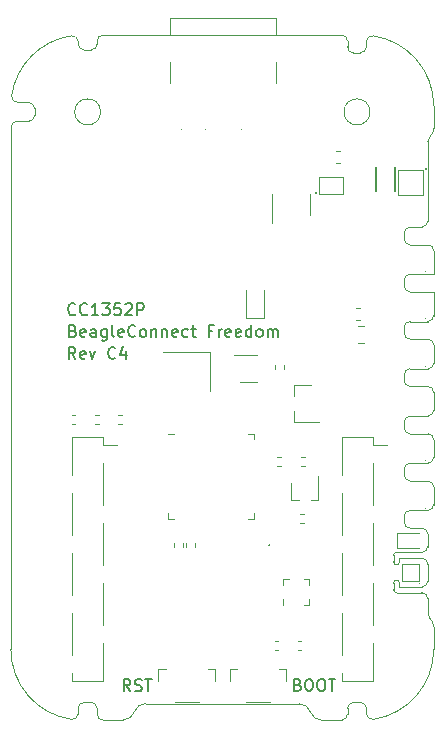
<source format=gto>
G04 #@! TF.GenerationSoftware,KiCad,Pcbnew,(5.1.10)-1*
G04 #@! TF.CreationDate,2021-07-14T14:20:25+08:00*
G04 #@! TF.ProjectId,BeagleConnect Freedom,42656167-6c65-4436-9f6e-6e6563742046,B*
G04 #@! TF.SameCoordinates,Original*
G04 #@! TF.FileFunction,Legend,Top*
G04 #@! TF.FilePolarity,Positive*
%FSLAX46Y46*%
G04 Gerber Fmt 4.6, Leading zero omitted, Abs format (unit mm)*
G04 Created by KiCad (PCBNEW (5.1.10)-1) date 2021-07-14 14:20:25*
%MOMM*%
%LPD*%
G01*
G04 APERTURE LIST*
%ADD10C,0.150000*%
%ADD11C,0.120000*%
G04 #@! TA.AperFunction,Profile*
%ADD12C,0.050000*%
G04 #@! TD*
%ADD13C,0.080000*%
%ADD14C,0.100000*%
G04 APERTURE END LIST*
D10*
X280352857Y-79418571D02*
X280495714Y-79466190D01*
X280543333Y-79513809D01*
X280590952Y-79609047D01*
X280590952Y-79751904D01*
X280543333Y-79847142D01*
X280495714Y-79894761D01*
X280400476Y-79942380D01*
X280019523Y-79942380D01*
X280019523Y-78942380D01*
X280352857Y-78942380D01*
X280448095Y-78990000D01*
X280495714Y-79037619D01*
X280543333Y-79132857D01*
X280543333Y-79228095D01*
X280495714Y-79323333D01*
X280448095Y-79370952D01*
X280352857Y-79418571D01*
X280019523Y-79418571D01*
X281210000Y-78942380D02*
X281400476Y-78942380D01*
X281495714Y-78990000D01*
X281590952Y-79085238D01*
X281638571Y-79275714D01*
X281638571Y-79609047D01*
X281590952Y-79799523D01*
X281495714Y-79894761D01*
X281400476Y-79942380D01*
X281210000Y-79942380D01*
X281114761Y-79894761D01*
X281019523Y-79799523D01*
X280971904Y-79609047D01*
X280971904Y-79275714D01*
X281019523Y-79085238D01*
X281114761Y-78990000D01*
X281210000Y-78942380D01*
X282257619Y-78942380D02*
X282448095Y-78942380D01*
X282543333Y-78990000D01*
X282638571Y-79085238D01*
X282686190Y-79275714D01*
X282686190Y-79609047D01*
X282638571Y-79799523D01*
X282543333Y-79894761D01*
X282448095Y-79942380D01*
X282257619Y-79942380D01*
X282162380Y-79894761D01*
X282067142Y-79799523D01*
X282019523Y-79609047D01*
X282019523Y-79275714D01*
X282067142Y-79085238D01*
X282162380Y-78990000D01*
X282257619Y-78942380D01*
X282971904Y-78942380D02*
X283543333Y-78942380D01*
X283257619Y-79942380D02*
X283257619Y-78942380D01*
X266182380Y-79952380D02*
X265849047Y-79476190D01*
X265610952Y-79952380D02*
X265610952Y-78952380D01*
X265991904Y-78952380D01*
X266087142Y-79000000D01*
X266134761Y-79047619D01*
X266182380Y-79142857D01*
X266182380Y-79285714D01*
X266134761Y-79380952D01*
X266087142Y-79428571D01*
X265991904Y-79476190D01*
X265610952Y-79476190D01*
X266563333Y-79904761D02*
X266706190Y-79952380D01*
X266944285Y-79952380D01*
X267039523Y-79904761D01*
X267087142Y-79857142D01*
X267134761Y-79761904D01*
X267134761Y-79666666D01*
X267087142Y-79571428D01*
X267039523Y-79523809D01*
X266944285Y-79476190D01*
X266753809Y-79428571D01*
X266658571Y-79380952D01*
X266610952Y-79333333D01*
X266563333Y-79238095D01*
X266563333Y-79142857D01*
X266610952Y-79047619D01*
X266658571Y-79000000D01*
X266753809Y-78952380D01*
X266991904Y-78952380D01*
X267134761Y-79000000D01*
X267420476Y-78952380D02*
X267991904Y-78952380D01*
X267706190Y-79952380D02*
X267706190Y-78952380D01*
X261532857Y-51822380D02*
X261199523Y-51346190D01*
X260961428Y-51822380D02*
X260961428Y-50822380D01*
X261342380Y-50822380D01*
X261437619Y-50870000D01*
X261485238Y-50917619D01*
X261532857Y-51012857D01*
X261532857Y-51155714D01*
X261485238Y-51250952D01*
X261437619Y-51298571D01*
X261342380Y-51346190D01*
X260961428Y-51346190D01*
X262342380Y-51774761D02*
X262247142Y-51822380D01*
X262056666Y-51822380D01*
X261961428Y-51774761D01*
X261913809Y-51679523D01*
X261913809Y-51298571D01*
X261961428Y-51203333D01*
X262056666Y-51155714D01*
X262247142Y-51155714D01*
X262342380Y-51203333D01*
X262390000Y-51298571D01*
X262390000Y-51393809D01*
X261913809Y-51489047D01*
X262723333Y-51155714D02*
X262961428Y-51822380D01*
X263199523Y-51155714D01*
X264913809Y-51727142D02*
X264866190Y-51774761D01*
X264723333Y-51822380D01*
X264628095Y-51822380D01*
X264485238Y-51774761D01*
X264390000Y-51679523D01*
X264342380Y-51584285D01*
X264294761Y-51393809D01*
X264294761Y-51250952D01*
X264342380Y-51060476D01*
X264390000Y-50965238D01*
X264485238Y-50870000D01*
X264628095Y-50822380D01*
X264723333Y-50822380D01*
X264866190Y-50870000D01*
X264913809Y-50917619D01*
X265770952Y-51155714D02*
X265770952Y-51822380D01*
X265532857Y-50774761D02*
X265294761Y-51489047D01*
X265913809Y-51489047D01*
X261320000Y-49448571D02*
X261462857Y-49496190D01*
X261510476Y-49543809D01*
X261558095Y-49639047D01*
X261558095Y-49781904D01*
X261510476Y-49877142D01*
X261462857Y-49924761D01*
X261367619Y-49972380D01*
X260986666Y-49972380D01*
X260986666Y-48972380D01*
X261320000Y-48972380D01*
X261415238Y-49020000D01*
X261462857Y-49067619D01*
X261510476Y-49162857D01*
X261510476Y-49258095D01*
X261462857Y-49353333D01*
X261415238Y-49400952D01*
X261320000Y-49448571D01*
X260986666Y-49448571D01*
X262367619Y-49924761D02*
X262272380Y-49972380D01*
X262081904Y-49972380D01*
X261986666Y-49924761D01*
X261939047Y-49829523D01*
X261939047Y-49448571D01*
X261986666Y-49353333D01*
X262081904Y-49305714D01*
X262272380Y-49305714D01*
X262367619Y-49353333D01*
X262415238Y-49448571D01*
X262415238Y-49543809D01*
X261939047Y-49639047D01*
X263272380Y-49972380D02*
X263272380Y-49448571D01*
X263224761Y-49353333D01*
X263129523Y-49305714D01*
X262939047Y-49305714D01*
X262843809Y-49353333D01*
X263272380Y-49924761D02*
X263177142Y-49972380D01*
X262939047Y-49972380D01*
X262843809Y-49924761D01*
X262796190Y-49829523D01*
X262796190Y-49734285D01*
X262843809Y-49639047D01*
X262939047Y-49591428D01*
X263177142Y-49591428D01*
X263272380Y-49543809D01*
X264177142Y-49305714D02*
X264177142Y-50115238D01*
X264129523Y-50210476D01*
X264081904Y-50258095D01*
X263986666Y-50305714D01*
X263843809Y-50305714D01*
X263748571Y-50258095D01*
X264177142Y-49924761D02*
X264081904Y-49972380D01*
X263891428Y-49972380D01*
X263796190Y-49924761D01*
X263748571Y-49877142D01*
X263700952Y-49781904D01*
X263700952Y-49496190D01*
X263748571Y-49400952D01*
X263796190Y-49353333D01*
X263891428Y-49305714D01*
X264081904Y-49305714D01*
X264177142Y-49353333D01*
X264796190Y-49972380D02*
X264700952Y-49924761D01*
X264653333Y-49829523D01*
X264653333Y-48972380D01*
X265558095Y-49924761D02*
X265462857Y-49972380D01*
X265272380Y-49972380D01*
X265177142Y-49924761D01*
X265129523Y-49829523D01*
X265129523Y-49448571D01*
X265177142Y-49353333D01*
X265272380Y-49305714D01*
X265462857Y-49305714D01*
X265558095Y-49353333D01*
X265605714Y-49448571D01*
X265605714Y-49543809D01*
X265129523Y-49639047D01*
X266605714Y-49877142D02*
X266558095Y-49924761D01*
X266415238Y-49972380D01*
X266320000Y-49972380D01*
X266177142Y-49924761D01*
X266081904Y-49829523D01*
X266034285Y-49734285D01*
X265986666Y-49543809D01*
X265986666Y-49400952D01*
X266034285Y-49210476D01*
X266081904Y-49115238D01*
X266177142Y-49020000D01*
X266320000Y-48972380D01*
X266415238Y-48972380D01*
X266558095Y-49020000D01*
X266605714Y-49067619D01*
X267177142Y-49972380D02*
X267081904Y-49924761D01*
X267034285Y-49877142D01*
X266986666Y-49781904D01*
X266986666Y-49496190D01*
X267034285Y-49400952D01*
X267081904Y-49353333D01*
X267177142Y-49305714D01*
X267320000Y-49305714D01*
X267415238Y-49353333D01*
X267462857Y-49400952D01*
X267510476Y-49496190D01*
X267510476Y-49781904D01*
X267462857Y-49877142D01*
X267415238Y-49924761D01*
X267320000Y-49972380D01*
X267177142Y-49972380D01*
X267939047Y-49305714D02*
X267939047Y-49972380D01*
X267939047Y-49400952D02*
X267986666Y-49353333D01*
X268081904Y-49305714D01*
X268224761Y-49305714D01*
X268320000Y-49353333D01*
X268367619Y-49448571D01*
X268367619Y-49972380D01*
X268843809Y-49305714D02*
X268843809Y-49972380D01*
X268843809Y-49400952D02*
X268891428Y-49353333D01*
X268986666Y-49305714D01*
X269129523Y-49305714D01*
X269224761Y-49353333D01*
X269272380Y-49448571D01*
X269272380Y-49972380D01*
X270129523Y-49924761D02*
X270034285Y-49972380D01*
X269843809Y-49972380D01*
X269748571Y-49924761D01*
X269700952Y-49829523D01*
X269700952Y-49448571D01*
X269748571Y-49353333D01*
X269843809Y-49305714D01*
X270034285Y-49305714D01*
X270129523Y-49353333D01*
X270177142Y-49448571D01*
X270177142Y-49543809D01*
X269700952Y-49639047D01*
X271034285Y-49924761D02*
X270939047Y-49972380D01*
X270748571Y-49972380D01*
X270653333Y-49924761D01*
X270605714Y-49877142D01*
X270558095Y-49781904D01*
X270558095Y-49496190D01*
X270605714Y-49400952D01*
X270653333Y-49353333D01*
X270748571Y-49305714D01*
X270939047Y-49305714D01*
X271034285Y-49353333D01*
X271320000Y-49305714D02*
X271700952Y-49305714D01*
X271462857Y-48972380D02*
X271462857Y-49829523D01*
X271510476Y-49924761D01*
X271605714Y-49972380D01*
X271700952Y-49972380D01*
X273129523Y-49448571D02*
X272796190Y-49448571D01*
X272796190Y-49972380D02*
X272796190Y-48972380D01*
X273272380Y-48972380D01*
X273653333Y-49972380D02*
X273653333Y-49305714D01*
X273653333Y-49496190D02*
X273700952Y-49400952D01*
X273748571Y-49353333D01*
X273843809Y-49305714D01*
X273939047Y-49305714D01*
X274653333Y-49924761D02*
X274558095Y-49972380D01*
X274367619Y-49972380D01*
X274272380Y-49924761D01*
X274224761Y-49829523D01*
X274224761Y-49448571D01*
X274272380Y-49353333D01*
X274367619Y-49305714D01*
X274558095Y-49305714D01*
X274653333Y-49353333D01*
X274700952Y-49448571D01*
X274700952Y-49543809D01*
X274224761Y-49639047D01*
X275510476Y-49924761D02*
X275415238Y-49972380D01*
X275224761Y-49972380D01*
X275129523Y-49924761D01*
X275081904Y-49829523D01*
X275081904Y-49448571D01*
X275129523Y-49353333D01*
X275224761Y-49305714D01*
X275415238Y-49305714D01*
X275510476Y-49353333D01*
X275558095Y-49448571D01*
X275558095Y-49543809D01*
X275081904Y-49639047D01*
X276415238Y-49972380D02*
X276415238Y-48972380D01*
X276415238Y-49924761D02*
X276320000Y-49972380D01*
X276129523Y-49972380D01*
X276034285Y-49924761D01*
X275986666Y-49877142D01*
X275939047Y-49781904D01*
X275939047Y-49496190D01*
X275986666Y-49400952D01*
X276034285Y-49353333D01*
X276129523Y-49305714D01*
X276320000Y-49305714D01*
X276415238Y-49353333D01*
X277034285Y-49972380D02*
X276939047Y-49924761D01*
X276891428Y-49877142D01*
X276843809Y-49781904D01*
X276843809Y-49496190D01*
X276891428Y-49400952D01*
X276939047Y-49353333D01*
X277034285Y-49305714D01*
X277177142Y-49305714D01*
X277272380Y-49353333D01*
X277320000Y-49400952D01*
X277367619Y-49496190D01*
X277367619Y-49781904D01*
X277320000Y-49877142D01*
X277272380Y-49924761D01*
X277177142Y-49972380D01*
X277034285Y-49972380D01*
X277796190Y-49972380D02*
X277796190Y-49305714D01*
X277796190Y-49400952D02*
X277843809Y-49353333D01*
X277939047Y-49305714D01*
X278081904Y-49305714D01*
X278177142Y-49353333D01*
X278224761Y-49448571D01*
X278224761Y-49972380D01*
X278224761Y-49448571D02*
X278272380Y-49353333D01*
X278367619Y-49305714D01*
X278510476Y-49305714D01*
X278605714Y-49353333D01*
X278653333Y-49448571D01*
X278653333Y-49972380D01*
X261514761Y-48027142D02*
X261467142Y-48074761D01*
X261324285Y-48122380D01*
X261229047Y-48122380D01*
X261086190Y-48074761D01*
X260990952Y-47979523D01*
X260943333Y-47884285D01*
X260895714Y-47693809D01*
X260895714Y-47550952D01*
X260943333Y-47360476D01*
X260990952Y-47265238D01*
X261086190Y-47170000D01*
X261229047Y-47122380D01*
X261324285Y-47122380D01*
X261467142Y-47170000D01*
X261514761Y-47217619D01*
X262514761Y-48027142D02*
X262467142Y-48074761D01*
X262324285Y-48122380D01*
X262229047Y-48122380D01*
X262086190Y-48074761D01*
X261990952Y-47979523D01*
X261943333Y-47884285D01*
X261895714Y-47693809D01*
X261895714Y-47550952D01*
X261943333Y-47360476D01*
X261990952Y-47265238D01*
X262086190Y-47170000D01*
X262229047Y-47122380D01*
X262324285Y-47122380D01*
X262467142Y-47170000D01*
X262514761Y-47217619D01*
X263467142Y-48122380D02*
X262895714Y-48122380D01*
X263181428Y-48122380D02*
X263181428Y-47122380D01*
X263086190Y-47265238D01*
X262990952Y-47360476D01*
X262895714Y-47408095D01*
X263800476Y-47122380D02*
X264419523Y-47122380D01*
X264086190Y-47503333D01*
X264229047Y-47503333D01*
X264324285Y-47550952D01*
X264371904Y-47598571D01*
X264419523Y-47693809D01*
X264419523Y-47931904D01*
X264371904Y-48027142D01*
X264324285Y-48074761D01*
X264229047Y-48122380D01*
X263943333Y-48122380D01*
X263848095Y-48074761D01*
X263800476Y-48027142D01*
X265324285Y-47122380D02*
X264848095Y-47122380D01*
X264800476Y-47598571D01*
X264848095Y-47550952D01*
X264943333Y-47503333D01*
X265181428Y-47503333D01*
X265276666Y-47550952D01*
X265324285Y-47598571D01*
X265371904Y-47693809D01*
X265371904Y-47931904D01*
X265324285Y-48027142D01*
X265276666Y-48074761D01*
X265181428Y-48122380D01*
X264943333Y-48122380D01*
X264848095Y-48074761D01*
X264800476Y-48027142D01*
X265752857Y-47217619D02*
X265800476Y-47170000D01*
X265895714Y-47122380D01*
X266133809Y-47122380D01*
X266229047Y-47170000D01*
X266276666Y-47217619D01*
X266324285Y-47312857D01*
X266324285Y-47408095D01*
X266276666Y-47550952D01*
X265705238Y-48122380D01*
X266324285Y-48122380D01*
X266752857Y-48122380D02*
X266752857Y-47122380D01*
X267133809Y-47122380D01*
X267229047Y-47170000D01*
X267276666Y-47217619D01*
X267324285Y-47312857D01*
X267324285Y-47455714D01*
X267276666Y-47550952D01*
X267229047Y-47598571D01*
X267133809Y-47646190D01*
X266752857Y-47646190D01*
D11*
X278022111Y-67590000D02*
G75*
G03*
X278022111Y-67590000I-72111J0D01*
G01*
D12*
X291863382Y-48158779D02*
X291863382Y-46158779D01*
X291863382Y-48158779D02*
G75*
G02*
X291363382Y-48658779I-500000J0D01*
G01*
X289863382Y-48658779D02*
X291363382Y-48658779D01*
X289363382Y-49158779D02*
G75*
G02*
X289863382Y-48658779I500000J0D01*
G01*
X289363382Y-49658779D02*
X289363382Y-49158779D01*
X289863382Y-50158779D02*
G75*
G02*
X289363382Y-49658779I0J500000D01*
G01*
X291363382Y-50158779D02*
X289863382Y-50158779D01*
X291363382Y-50158779D02*
G75*
G02*
X291863382Y-50658779I0J-500000D01*
G01*
X291863382Y-52158779D02*
X291863382Y-50658779D01*
X291863382Y-52158779D02*
G75*
G02*
X291363382Y-52658779I-500000J0D01*
G01*
X289863382Y-52658779D02*
X291363382Y-52658779D01*
X289363382Y-53158779D02*
G75*
G02*
X289863382Y-52658779I500000J0D01*
G01*
X289363382Y-53658779D02*
X289363382Y-53158779D01*
X289863382Y-54158779D02*
G75*
G02*
X289363382Y-53658779I0J500000D01*
G01*
X291363382Y-54158779D02*
X289863382Y-54158779D01*
X291363382Y-54158779D02*
G75*
G02*
X291863382Y-54658779I0J-500000D01*
G01*
X291863382Y-56158779D02*
X291863382Y-54658779D01*
X291863382Y-56158779D02*
G75*
G02*
X291363382Y-56658779I-500000J0D01*
G01*
X289863382Y-56658779D02*
X291363382Y-56658779D01*
X289363382Y-57158779D02*
G75*
G02*
X289863382Y-56658779I500000J0D01*
G01*
X289363382Y-57658779D02*
X289363382Y-57158779D01*
X289863382Y-58158779D02*
G75*
G02*
X289363382Y-57658779I0J500000D01*
G01*
X291363382Y-58158779D02*
X289863382Y-58158779D01*
X291363382Y-58158779D02*
G75*
G02*
X291863382Y-58658779I0J-500000D01*
G01*
X291863382Y-60158779D02*
X291863382Y-58658779D01*
X291863382Y-60158779D02*
G75*
G02*
X291363382Y-60658779I-500000J0D01*
G01*
X289863382Y-60658779D02*
X291363382Y-60658779D01*
X289363382Y-61158779D02*
G75*
G02*
X289863382Y-60658779I500000J0D01*
G01*
X289363382Y-61658779D02*
X289363382Y-61158779D01*
X289863382Y-62158779D02*
G75*
G02*
X289363382Y-61658779I0J500000D01*
G01*
X291363382Y-62158779D02*
X289863382Y-62158779D01*
X291363382Y-62158779D02*
G75*
G02*
X291863382Y-62658779I0J-500000D01*
G01*
X291863382Y-64158779D02*
X291863382Y-62658779D01*
X291863382Y-64158779D02*
G75*
G02*
X291363382Y-64658779I-500000J0D01*
G01*
X289863382Y-64658779D02*
X291363382Y-64658779D01*
X289363382Y-65158779D02*
G75*
G02*
X289863382Y-64658779I500000J0D01*
G01*
X289363382Y-65658779D02*
X289363382Y-65158779D01*
X289863382Y-66158779D02*
G75*
G02*
X289363382Y-65658779I0J500000D01*
G01*
X290863382Y-66158779D02*
X289863382Y-66158779D01*
X290863382Y-66158779D02*
G75*
G02*
X291363382Y-66658779I0J-500000D01*
G01*
X291363382Y-67708779D02*
X291363382Y-66658779D01*
X291363382Y-67708779D02*
G75*
G02*
X290863382Y-68208779I-500000J0D01*
G01*
X288713382Y-68208779D02*
X290863382Y-68208779D01*
X288463382Y-68458779D02*
G75*
G02*
X288713382Y-68208779I250000J0D01*
G01*
X288463382Y-69008779D02*
X288463382Y-68458779D01*
X288963382Y-69008779D02*
G75*
G02*
X288463382Y-69008779I-250000J0D01*
G01*
X288963382Y-68708779D02*
X288963382Y-69008779D01*
X290863382Y-68708779D02*
X288963382Y-68708779D01*
X290863382Y-68708779D02*
G75*
G02*
X291363382Y-69208779I0J-500000D01*
G01*
X291363382Y-70608779D02*
X291363382Y-69208779D01*
X291363382Y-70608779D02*
G75*
G02*
X290863382Y-71108779I-500000J0D01*
G01*
X288963382Y-71108779D02*
X290863382Y-71108779D01*
X288963382Y-70808779D02*
X288963382Y-71108779D01*
X288463382Y-70808779D02*
G75*
G02*
X288963382Y-70808779I250000J0D01*
G01*
X288463382Y-71358779D02*
X288463382Y-70808779D01*
X288713382Y-71608779D02*
G75*
G02*
X288463382Y-71358779I0J250000D01*
G01*
X290863382Y-71608779D02*
X288713382Y-71608779D01*
X290863382Y-71608779D02*
G75*
G02*
X291363382Y-72108779I0J-500000D01*
G01*
X291363382Y-73408779D02*
X291363382Y-72108779D01*
X291530049Y-73781457D02*
G75*
G02*
X291363382Y-73408779I333333J372678D01*
G01*
X291530049Y-73781457D02*
G75*
G02*
X291863382Y-74526813I-666667J-745356D01*
G01*
X291863382Y-76408779D02*
X291863382Y-74526813D01*
X291863381Y-76408779D02*
G75*
G02*
X286736109Y-82344968I-5999999J0D01*
G01*
X286736109Y-82344968D02*
G75*
G02*
X286163382Y-81850286I-72727J494682D01*
G01*
X286163382Y-81408779D02*
X286163382Y-81850286D01*
X285663382Y-80908779D02*
G75*
G02*
X286163382Y-81408779I0J-500000D01*
G01*
X285063382Y-80908779D02*
X285663382Y-80908779D01*
X284563382Y-81408779D02*
G75*
G02*
X285063382Y-80908779I500000J0D01*
G01*
X284563382Y-81908779D02*
X284563382Y-81408779D01*
X284563382Y-81908779D02*
G75*
G02*
X284063382Y-82408779I-500000J0D01*
G01*
X282371260Y-82408779D02*
X284063382Y-82408779D01*
X282371260Y-82408779D02*
G75*
G02*
X281417321Y-81708779I0J1000000D01*
G01*
X280463382Y-81008779D02*
G75*
G02*
X281417321Y-81708779I0J-1000000D01*
G01*
X267463382Y-81008779D02*
X280463382Y-81008779D01*
X266509443Y-81708779D02*
G75*
G02*
X267463382Y-81008779I953939J-300000D01*
G01*
X266509442Y-81708779D02*
G75*
G02*
X265555503Y-82408779I-953939J300000D01*
G01*
X263863382Y-82408779D02*
X265555503Y-82408779D01*
X263863382Y-82408779D02*
G75*
G02*
X263363382Y-81908779I0J500000D01*
G01*
X263363382Y-81408779D02*
X263363382Y-81908779D01*
X262863382Y-80908779D02*
G75*
G02*
X263363382Y-81408779I0J-500000D01*
G01*
X262263382Y-80908779D02*
X262863382Y-80908779D01*
X261763382Y-81408779D02*
G75*
G02*
X262263382Y-80908779I500000J0D01*
G01*
X261763382Y-81850286D02*
X261763382Y-81408779D01*
X261763382Y-81850287D02*
G75*
G02*
X261190654Y-82344968I-500000J1D01*
G01*
X261190655Y-82344969D02*
G75*
G02*
X256063382Y-76408779I872727J5936190D01*
G01*
X256063382Y-32208779D02*
X256063382Y-76408779D01*
X256063382Y-32208779D02*
G75*
G02*
X256563382Y-31708779I500000J0D01*
G01*
X257563382Y-31708779D02*
X256563382Y-31708779D01*
X258063382Y-31208779D02*
G75*
G02*
X257563382Y-31708779I-500000J0D01*
G01*
X258063382Y-30608779D02*
X258063382Y-31208779D01*
X257563382Y-30108779D02*
G75*
G02*
X258063382Y-30608779I0J-500000D01*
G01*
X256621874Y-30108779D02*
X257563382Y-30108779D01*
X256621874Y-30108778D02*
G75*
G02*
X256127192Y-29536052I0J499999D01*
G01*
X256127192Y-29536052D02*
G75*
G02*
X261190654Y-24472589I5936190J-872727D01*
G01*
X261190655Y-24472590D02*
G75*
G02*
X261763382Y-24967272I72727J-494682D01*
G01*
X261763382Y-25158779D02*
X261763382Y-24967272D01*
X262263382Y-25658779D02*
G75*
G02*
X261763382Y-25158779I0J500000D01*
G01*
X262863382Y-25658779D02*
X262263382Y-25658779D01*
X263363382Y-25158779D02*
G75*
G02*
X262863382Y-25658779I-500000J0D01*
G01*
X263363382Y-24908779D02*
X263363382Y-25158779D01*
X263363382Y-24908779D02*
G75*
G02*
X263863382Y-24408779I500000J0D01*
G01*
X284063382Y-24408779D02*
X263863382Y-24408779D01*
X284063382Y-24408779D02*
G75*
G02*
X284563382Y-24908779I0J-500000D01*
G01*
X284563382Y-25408779D02*
X284563382Y-24908779D01*
X285063382Y-25908779D02*
G75*
G02*
X284563382Y-25408779I0J500000D01*
G01*
X285663382Y-25908779D02*
X285063382Y-25908779D01*
X286163382Y-25408779D02*
G75*
G02*
X285663382Y-25908779I-500000J0D01*
G01*
X286163382Y-24967272D02*
X286163382Y-25408779D01*
X286163382Y-24967272D02*
G75*
G02*
X286736109Y-24472589I500000J0D01*
G01*
X286736109Y-24472589D02*
G75*
G02*
X291863382Y-30408779I-872727J-5936190D01*
G01*
X291863382Y-32290745D02*
X291863382Y-30408779D01*
X291863382Y-32290746D02*
G75*
G02*
X291530048Y-33036101I-1000000J1D01*
G01*
X291363382Y-33408779D02*
G75*
G02*
X291530048Y-33036101I500000J0D01*
G01*
X291363382Y-40158779D02*
X291363382Y-33408779D01*
X291363382Y-40158779D02*
G75*
G02*
X290863382Y-40658779I-500000J0D01*
G01*
X289863382Y-40658779D02*
X290863382Y-40658779D01*
X289363382Y-41158779D02*
G75*
G02*
X289863382Y-40658779I500000J0D01*
G01*
X289363382Y-41658779D02*
X289363382Y-41158779D01*
X289863382Y-42158779D02*
G75*
G02*
X289363382Y-41658779I0J500000D01*
G01*
X291363382Y-42158779D02*
X289863382Y-42158779D01*
X291363382Y-42158779D02*
G75*
G02*
X291863382Y-42658779I0J-500000D01*
G01*
X291863382Y-44658779D02*
X291863382Y-42658779D01*
X289863382Y-44658779D02*
X291863382Y-44658779D01*
X289363382Y-45158779D02*
G75*
G02*
X289863382Y-44658779I500000J0D01*
G01*
X289363382Y-45658779D02*
X289363382Y-45158779D01*
X289863382Y-46158779D02*
G75*
G02*
X289363382Y-45658779I0J500000D01*
G01*
X291863382Y-46158779D02*
X289863382Y-46158779D01*
X289363382Y-57658779D02*
X289363382Y-57158779D01*
X289863382Y-58158779D02*
G75*
G02*
X289363382Y-57658779I0J500000D01*
G01*
X291363382Y-58158779D02*
X289863382Y-58158779D01*
X291363382Y-58158779D02*
G75*
G02*
X291863382Y-58658779I0J-500000D01*
G01*
X291863382Y-60158779D02*
X291863382Y-58658779D01*
X291863382Y-60158779D02*
G75*
G02*
X291363382Y-60658779I-500000J0D01*
G01*
X289863382Y-60658779D02*
X291363382Y-60658779D01*
X289363382Y-61158779D02*
G75*
G02*
X289863382Y-60658779I500000J0D01*
G01*
X289363382Y-61658779D02*
X289363382Y-61158779D01*
X289863382Y-62158779D02*
G75*
G02*
X289363382Y-61658779I0J500000D01*
G01*
X291363382Y-62158779D02*
X289863382Y-62158779D01*
X291363382Y-62158779D02*
G75*
G02*
X291863382Y-62658779I0J-500000D01*
G01*
X291863382Y-64158779D02*
X291863382Y-62658779D01*
X291863382Y-64158779D02*
G75*
G02*
X291363382Y-64658779I-500000J0D01*
G01*
X289863382Y-64658779D02*
X291363382Y-64658779D01*
X289363382Y-65158779D02*
G75*
G02*
X289863382Y-64658779I500000J0D01*
G01*
X289363382Y-65658779D02*
X289363382Y-65158779D01*
X289863382Y-66158779D02*
G75*
G02*
X289363382Y-65658779I0J500000D01*
G01*
X290863382Y-66158779D02*
X289863382Y-66158779D01*
X290863382Y-66158779D02*
G75*
G02*
X291363382Y-66658779I0J-500000D01*
G01*
X291363382Y-67708779D02*
X291363382Y-66658779D01*
X291363382Y-67708779D02*
G75*
G02*
X290863382Y-68208779I-500000J0D01*
G01*
X288713382Y-68208779D02*
X290863382Y-68208779D01*
X288463382Y-68458779D02*
G75*
G02*
X288713382Y-68208779I250000J0D01*
G01*
X288463382Y-69008779D02*
X288463382Y-68458779D01*
X288963382Y-69008779D02*
G75*
G02*
X288463382Y-69008779I-250000J0D01*
G01*
X288963382Y-68708779D02*
X288963382Y-69008779D01*
X290863382Y-68708779D02*
X288963382Y-68708779D01*
X290863382Y-68708779D02*
G75*
G02*
X291363382Y-69208779I0J-500000D01*
G01*
X291363382Y-70608779D02*
X291363382Y-69208779D01*
X291363382Y-70608779D02*
G75*
G02*
X290863382Y-71108779I-500000J0D01*
G01*
X288963382Y-71108779D02*
X290863382Y-71108779D01*
X288963382Y-70808779D02*
X288963382Y-71108779D01*
X288463382Y-70808779D02*
G75*
G02*
X288963382Y-70808779I250000J0D01*
G01*
X288463382Y-71358779D02*
X288463382Y-70808779D01*
X288713382Y-71608779D02*
G75*
G02*
X288463382Y-71358779I0J250000D01*
G01*
X290863382Y-71608779D02*
X288713382Y-71608779D01*
X290863382Y-71608779D02*
G75*
G02*
X291363382Y-72108779I0J-500000D01*
G01*
X291363382Y-73408779D02*
X291363382Y-72108779D01*
X291530049Y-73781457D02*
G75*
G02*
X291363382Y-73408779I333333J372678D01*
G01*
X291530049Y-73781457D02*
G75*
G02*
X291863382Y-74526813I-666667J-745356D01*
G01*
X291863382Y-76408779D02*
X291863382Y-74526813D01*
X291863381Y-76408779D02*
G75*
G02*
X286736109Y-82344968I-5999999J0D01*
G01*
X286736109Y-82344968D02*
G75*
G02*
X286163382Y-81850286I-72727J494682D01*
G01*
X286163382Y-81408779D02*
X286163382Y-81850286D01*
X285663382Y-80908779D02*
G75*
G02*
X286163382Y-81408779I0J-500000D01*
G01*
X285063382Y-80908779D02*
X285663382Y-80908779D01*
X284563382Y-81408779D02*
G75*
G02*
X285063382Y-80908779I500000J0D01*
G01*
X284563382Y-81908779D02*
X284563382Y-81408779D01*
X284563382Y-81908779D02*
G75*
G02*
X284063382Y-82408779I-500000J0D01*
G01*
X282371260Y-82408779D02*
X284063382Y-82408779D01*
X282371260Y-82408779D02*
G75*
G02*
X281417321Y-81708779I0J1000000D01*
G01*
X280463382Y-81008779D02*
G75*
G02*
X281417321Y-81708779I0J-1000000D01*
G01*
X267463382Y-81008779D02*
X280463382Y-81008779D01*
X266509443Y-81708779D02*
G75*
G02*
X267463382Y-81008779I953939J-300000D01*
G01*
X266509442Y-81708779D02*
G75*
G02*
X265555503Y-82408779I-953939J300000D01*
G01*
X263863382Y-82408779D02*
X265555503Y-82408779D01*
X263863382Y-82408779D02*
G75*
G02*
X263363382Y-81908779I0J500000D01*
G01*
X263363382Y-81408779D02*
X263363382Y-81908779D01*
X262863382Y-80908779D02*
G75*
G02*
X263363382Y-81408779I0J-500000D01*
G01*
X262263382Y-80908779D02*
X262863382Y-80908779D01*
X261763382Y-81408779D02*
G75*
G02*
X262263382Y-80908779I500000J0D01*
G01*
X261763382Y-81850286D02*
X261763382Y-81408779D01*
X261763382Y-81850287D02*
G75*
G02*
X261190654Y-82344968I-500000J1D01*
G01*
X261190655Y-82344969D02*
G75*
G02*
X256063382Y-76408779I872727J5936190D01*
G01*
X256063382Y-32208779D02*
X256063382Y-76408779D01*
X256063382Y-32208779D02*
G75*
G02*
X256563382Y-31708779I500000J0D01*
G01*
X257563382Y-31708779D02*
X256563382Y-31708779D01*
X258063382Y-31208779D02*
G75*
G02*
X257563382Y-31708779I-500000J0D01*
G01*
X258063382Y-30608779D02*
X258063382Y-31208779D01*
X257563382Y-30108779D02*
G75*
G02*
X258063382Y-30608779I0J-500000D01*
G01*
X256621874Y-30108779D02*
X257563382Y-30108779D01*
X256621874Y-30108778D02*
G75*
G02*
X256127192Y-29536052I0J499999D01*
G01*
X256127192Y-29536052D02*
G75*
G02*
X261190654Y-24472589I5936190J-872727D01*
G01*
X261190655Y-24472590D02*
G75*
G02*
X261763382Y-24967272I72727J-494682D01*
G01*
X261763382Y-25158779D02*
X261763382Y-24967272D01*
X262263382Y-25658779D02*
G75*
G02*
X261763382Y-25158779I0J500000D01*
G01*
X262863382Y-25658779D02*
X262263382Y-25658779D01*
X263363382Y-25158779D02*
G75*
G02*
X262863382Y-25658779I-500000J0D01*
G01*
X263363382Y-24908779D02*
X263363382Y-25158779D01*
X263363382Y-24908779D02*
G75*
G02*
X263863382Y-24408779I500000J0D01*
G01*
X284063382Y-24408779D02*
X263863382Y-24408779D01*
X284063382Y-24408779D02*
G75*
G02*
X284563382Y-24908779I0J-500000D01*
G01*
X284563382Y-25408779D02*
X284563382Y-24908779D01*
X285063382Y-25908779D02*
G75*
G02*
X284563382Y-25408779I0J500000D01*
G01*
X285663382Y-25908779D02*
X285063382Y-25908779D01*
X286163382Y-25408779D02*
G75*
G02*
X285663382Y-25908779I-500000J0D01*
G01*
X286163382Y-24967272D02*
X286163382Y-25408779D01*
X286163382Y-24967272D02*
G75*
G02*
X286736109Y-24472589I500000J0D01*
G01*
X286736109Y-24472589D02*
G75*
G02*
X291863382Y-30408779I-872727J-5936190D01*
G01*
X291863382Y-32290745D02*
X291863382Y-30408779D01*
X291863382Y-32290746D02*
G75*
G02*
X291530048Y-33036101I-1000000J1D01*
G01*
X291363382Y-33408779D02*
G75*
G02*
X291530048Y-33036101I500000J0D01*
G01*
X291363382Y-40158779D02*
X291363382Y-33408779D01*
X291363382Y-40158779D02*
G75*
G02*
X290863382Y-40658779I-500000J0D01*
G01*
X289863382Y-40658779D02*
X290863382Y-40658779D01*
X289363382Y-41158779D02*
G75*
G02*
X289863382Y-40658779I500000J0D01*
G01*
X289363382Y-41658779D02*
X289363382Y-41158779D01*
X289863382Y-42158779D02*
G75*
G02*
X289363382Y-41658779I0J500000D01*
G01*
X291363382Y-42158779D02*
X289863382Y-42158779D01*
X291363382Y-42158779D02*
G75*
G02*
X291863382Y-42658779I0J-500000D01*
G01*
X291863382Y-44658779D02*
X291863382Y-42658779D01*
X289863382Y-44658779D02*
X291863382Y-44658779D01*
X289363382Y-45158779D02*
G75*
G02*
X289863382Y-44658779I500000J0D01*
G01*
X289363382Y-45658779D02*
X289363382Y-45158779D01*
X289863382Y-46158779D02*
G75*
G02*
X289363382Y-45658779I0J500000D01*
G01*
X291863382Y-46158779D02*
X289863382Y-46158779D01*
X291863382Y-48158779D02*
X291863382Y-46158779D01*
X291863382Y-48158779D02*
G75*
G02*
X291363382Y-48658779I-500000J0D01*
G01*
X289863382Y-48658779D02*
X291363382Y-48658779D01*
X289363382Y-49158779D02*
G75*
G02*
X289863382Y-48658779I500000J0D01*
G01*
X289363382Y-49658779D02*
X289363382Y-49158779D01*
X289863382Y-50158779D02*
G75*
G02*
X289363382Y-49658779I0J500000D01*
G01*
X291363382Y-50158779D02*
X289863382Y-50158779D01*
X291363382Y-50158779D02*
G75*
G02*
X291863382Y-50658779I0J-500000D01*
G01*
X291863382Y-52158779D02*
X291863382Y-50658779D01*
X291863382Y-52158779D02*
G75*
G02*
X291363382Y-52658779I-500000J0D01*
G01*
X289863382Y-52658779D02*
X291363382Y-52658779D01*
X289363382Y-53158779D02*
G75*
G02*
X289863382Y-52658779I500000J0D01*
G01*
X289363382Y-53658779D02*
X289363382Y-53158779D01*
X289863382Y-54158779D02*
G75*
G02*
X289363382Y-53658779I0J500000D01*
G01*
X291363382Y-54158779D02*
X289863382Y-54158779D01*
X291363382Y-54158779D02*
G75*
G02*
X291863382Y-54658779I0J-500000D01*
G01*
X291863382Y-56158779D02*
X291863382Y-54658779D01*
X291863382Y-56158779D02*
G75*
G02*
X291363382Y-56658779I-500000J0D01*
G01*
X289863382Y-56658779D02*
X291363382Y-56658779D01*
X289363382Y-57158779D02*
G75*
G02*
X289863382Y-56658779I500000J0D01*
G01*
X286463382Y-30908779D02*
G75*
G03*
X286463382Y-30908779I-1100000J0D01*
G01*
X263663382Y-30908779D02*
G75*
G03*
X263663382Y-30908779I-1100000J0D01*
G01*
X286463382Y-30908779D02*
G75*
G03*
X286463382Y-30908779I-1100000J0D01*
G01*
X263663382Y-30908779D02*
G75*
G03*
X263663382Y-30908779I-1100000J0D01*
G01*
D11*
X269875000Y-58150000D02*
X269400000Y-58150000D01*
X276620000Y-65370000D02*
X276620000Y-64895000D01*
X276145000Y-65370000D02*
X276620000Y-65370000D01*
X269400000Y-65370000D02*
X269400000Y-64895000D01*
X269875000Y-65370000D02*
X269400000Y-65370000D01*
X276620000Y-58150000D02*
X276620000Y-58625000D01*
X276145000Y-58150000D02*
X276620000Y-58150000D01*
X263860000Y-60650000D02*
X263860000Y-64210000D01*
X263860000Y-58460000D02*
X263860000Y-59130000D01*
X261200000Y-78430000D02*
X261200000Y-79100000D01*
X263860000Y-59130000D02*
X265070000Y-59130000D01*
X261200000Y-73350000D02*
X261200000Y-76910000D01*
X261200000Y-63190000D02*
X261200000Y-66750000D01*
X261200000Y-58460000D02*
X263860000Y-58460000D01*
X263860000Y-75890000D02*
X263860000Y-79100000D01*
X263860000Y-70810000D02*
X263860000Y-74370000D01*
X261200000Y-58460000D02*
X261200000Y-61670000D01*
X261200000Y-68270000D02*
X261200000Y-71830000D01*
X261200000Y-79100000D02*
X263860000Y-79100000D01*
X263860000Y-65730000D02*
X263860000Y-69290000D01*
X284060000Y-58460000D02*
X286720000Y-58460000D01*
X286720000Y-58460000D02*
X286720000Y-59130000D01*
X286720000Y-60650000D02*
X286720000Y-64210000D01*
X286720000Y-65730000D02*
X286720000Y-69290000D01*
X286720000Y-70810000D02*
X286720000Y-74370000D01*
X286720000Y-75890000D02*
X286720000Y-79100000D01*
X284060000Y-79100000D02*
X286720000Y-79100000D01*
X284060000Y-58460000D02*
X284060000Y-61670000D01*
X284060000Y-63190000D02*
X284060000Y-66750000D01*
X284060000Y-68270000D02*
X284060000Y-71830000D01*
X284060000Y-73350000D02*
X284060000Y-76910000D01*
X284060000Y-78430000D02*
X284060000Y-79100000D01*
X286720000Y-59130000D02*
X287930000Y-59130000D01*
X290600000Y-67800000D02*
X288750000Y-67800000D01*
X290600000Y-66600000D02*
X288750000Y-66600000D01*
X288750000Y-66600000D02*
X288750000Y-67800000D01*
D13*
X282190000Y-36395000D02*
X282190000Y-37895000D01*
X284190000Y-36395000D02*
X282190000Y-36395000D01*
X284190000Y-37895000D02*
X284190000Y-36395000D01*
X282190000Y-37895000D02*
X284190000Y-37895000D01*
D11*
X282020000Y-37780000D02*
G75*
G03*
X282020000Y-37780000I-100000J0D01*
G01*
X290650000Y-70630000D02*
X289190000Y-70630000D01*
X289190000Y-70630000D02*
X289190000Y-69170000D01*
X289190000Y-69170000D02*
X290650000Y-69170000D01*
X290650000Y-69170000D02*
X290650000Y-70630000D01*
X290718310Y-70820000D02*
G75*
G03*
X290718310Y-70820000I-58310J0D01*
G01*
X269530000Y-22980000D02*
X278470000Y-22980000D01*
X269530000Y-28490000D02*
X269530000Y-26690000D01*
X269530000Y-22980000D02*
X269530000Y-24440000D01*
X278470000Y-22980000D02*
X278470000Y-24440000D01*
X278470000Y-28490000D02*
X278470000Y-26690000D01*
X291320000Y-35740000D02*
G75*
G03*
X291320000Y-35740000I-100000J0D01*
G01*
X290930000Y-35830000D02*
X290920000Y-35830000D01*
X290930000Y-37930000D02*
X290930000Y-35830000D01*
X288830000Y-37930000D02*
X290930000Y-37930000D01*
X288830000Y-35830000D02*
X288830000Y-37930000D01*
X290930000Y-35830000D02*
X288830000Y-35830000D01*
D10*
X286950000Y-37580000D02*
X286950000Y-35580000D01*
X288550000Y-35580000D02*
X288550000Y-37580000D01*
D11*
X279142500Y-72640000D02*
X279142500Y-72640000D01*
X279142500Y-72140000D02*
X279142500Y-72640000D01*
X280842500Y-72640000D02*
X280842500Y-72640000D01*
X281342500Y-72640000D02*
X280842500Y-72640000D01*
X281342500Y-72140000D02*
X281342500Y-72640000D01*
X281342500Y-70940000D02*
X281342500Y-70940000D01*
X281342500Y-70440000D02*
X281342500Y-70940000D01*
X280842500Y-70440000D02*
X281342500Y-70440000D01*
X279642500Y-70440000D02*
X279642500Y-70440000D01*
X279142500Y-70440000D02*
X279642500Y-70440000D01*
X279142500Y-70940000D02*
X279142500Y-70440000D01*
X283567221Y-35260000D02*
X283892779Y-35260000D01*
X283567221Y-34240000D02*
X283892779Y-34240000D01*
D14*
X272528000Y-32400000D02*
G75*
G03*
X272528000Y-32400000I-50000J0D01*
G01*
X270488000Y-32405000D02*
G75*
G03*
X270488000Y-32405000I-50000J0D01*
G01*
X275568000Y-32405000D02*
G75*
G03*
X275568000Y-32405000I-50000J0D01*
G01*
D11*
X280020000Y-54030000D02*
X281480000Y-54030000D01*
X280020000Y-57190000D02*
X282180000Y-57190000D01*
X280020000Y-57190000D02*
X280020000Y-56260000D01*
X280020000Y-54030000D02*
X280020000Y-54960000D01*
X275930000Y-45950000D02*
X275930000Y-48350000D01*
X275930000Y-48350000D02*
X277530000Y-48350000D01*
X277530000Y-48350000D02*
X277530000Y-45950000D01*
X278187000Y-37883000D02*
X278187000Y-40333000D01*
X281407000Y-39683000D02*
X281407000Y-37883000D01*
D14*
X291198895Y-44402495D02*
G75*
G03*
X291198895Y-44402495I-50000J0D01*
G01*
D11*
X272910000Y-51250000D02*
X268910000Y-51250000D01*
X272910000Y-54550000D02*
X272910000Y-51250000D01*
X285412922Y-50494000D02*
X285930078Y-50494000D01*
X285412922Y-49074000D02*
X285930078Y-49074000D01*
D14*
X291198895Y-48402995D02*
G75*
G03*
X291198895Y-48402995I-50000J0D01*
G01*
X291198895Y-52466995D02*
G75*
G03*
X291198895Y-52466995I-50000J0D01*
G01*
X291198895Y-56402000D02*
G75*
G03*
X291198895Y-56402000I-50000J0D01*
G01*
X291198895Y-60404495D02*
G75*
G03*
X291198895Y-60404495I-50000J0D01*
G01*
X291170000Y-64475000D02*
G75*
G03*
X291170000Y-64475000I-50000J0D01*
G01*
D11*
X285307721Y-48516000D02*
X285633279Y-48516000D01*
X285307721Y-47496000D02*
X285633279Y-47496000D01*
X278432164Y-76460000D02*
X278647836Y-76460000D01*
X278432164Y-75740000D02*
X278647836Y-75740000D01*
X279779000Y-62340000D02*
X279779000Y-63750000D01*
X282099000Y-63750000D02*
X282099000Y-61720000D01*
X282099000Y-63750000D02*
X281439000Y-63750000D01*
X280439000Y-63750000D02*
X279779000Y-63750000D01*
X275490000Y-53820000D02*
X276890000Y-53820000D01*
X276890000Y-51500000D02*
X274990000Y-51500000D01*
X279150000Y-52673641D02*
X279150000Y-52366359D01*
X278390000Y-52673641D02*
X278390000Y-52366359D01*
X278943641Y-60860000D02*
X278636359Y-60860000D01*
X278943641Y-60100000D02*
X278636359Y-60100000D01*
X280646359Y-60100000D02*
X280953641Y-60100000D01*
X280646359Y-60860000D02*
X280953641Y-60860000D01*
X280576359Y-65680000D02*
X280883641Y-65680000D01*
X280576359Y-64920000D02*
X280883641Y-64920000D01*
X261226359Y-56600000D02*
X261533641Y-56600000D01*
X261226359Y-57360000D02*
X261533641Y-57360000D01*
X263176359Y-57360000D02*
X263483641Y-57360000D01*
X263176359Y-56600000D02*
X263483641Y-56600000D01*
X269880000Y-67713641D02*
X269880000Y-67406359D01*
X270640000Y-67713641D02*
X270640000Y-67406359D01*
X271650000Y-67713641D02*
X271650000Y-67406359D01*
X270890000Y-67713641D02*
X270890000Y-67406359D01*
X265433641Y-56600000D02*
X265126359Y-56600000D01*
X265433641Y-57360000D02*
X265126359Y-57360000D01*
X280653641Y-75720000D02*
X280346359Y-75720000D01*
X280653641Y-76480000D02*
X280346359Y-76480000D01*
X269954500Y-80868000D02*
X271954500Y-80868000D01*
X268554500Y-78068000D02*
X268554500Y-79068000D01*
X269154500Y-78068000D02*
X268554500Y-78068000D01*
X273354500Y-78068000D02*
X273354500Y-79068000D01*
X272754500Y-78068000D02*
X273354500Y-78068000D01*
X278787000Y-78068000D02*
X279387000Y-78068000D01*
X279387000Y-78068000D02*
X279387000Y-79068000D01*
X275187000Y-78068000D02*
X274587000Y-78068000D01*
X274587000Y-78068000D02*
X274587000Y-79068000D01*
X275987000Y-80868000D02*
X277987000Y-80868000D01*
M02*

</source>
